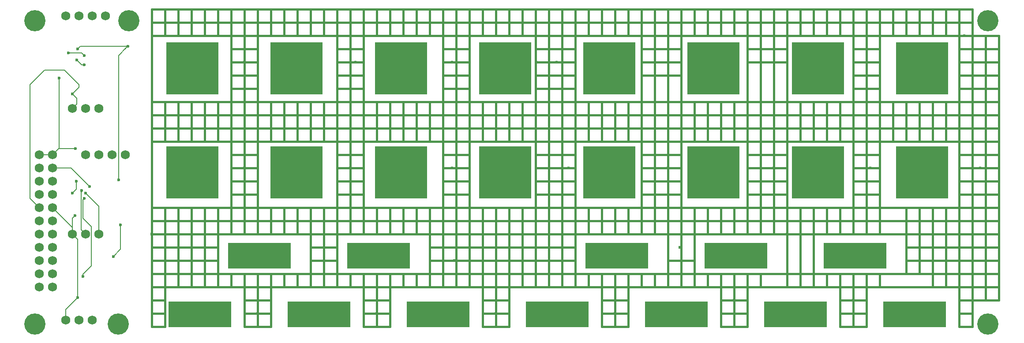
<source format=gbr>
G04 #@! TF.FileFunction,Copper,L1,Top,Signal*
%FSLAX46Y46*%
G04 Gerber Fmt 4.6, Leading zero omitted, Abs format (unit mm)*
G04 Created by KiCad (PCBNEW 4.0.4-stable) date 03/02/17 16:11:59*
%MOMM*%
%LPD*%
G01*
G04 APERTURE LIST*
%ADD10C,0.100000*%
%ADD11C,4.064000*%
%ADD12R,10.000000X10.000000*%
%ADD13C,1.727200*%
%ADD14R,12.000000X5.000000*%
%ADD15C,0.600000*%
%ADD16C,0.406400*%
%ADD17C,0.152400*%
G04 APERTURE END LIST*
D10*
D11*
X21540000Y3000000D03*
X23540000Y61250000D03*
X188420000Y3000000D03*
X188420000Y61250000D03*
X5540000Y61250000D03*
D12*
X35760000Y52125000D03*
X55760000Y52125000D03*
X75760000Y52125000D03*
X95760000Y52125000D03*
X115760000Y52125000D03*
X135760000Y52125000D03*
X155760000Y52125000D03*
X175760000Y52125000D03*
X35760000Y32125000D03*
X55760000Y32125000D03*
X75760000Y32125000D03*
X95760000Y32125000D03*
X115760000Y32125000D03*
X135760000Y32125000D03*
X155760000Y32125000D03*
X175760000Y32125000D03*
D11*
X5540000Y3000000D03*
D13*
X6350000Y35560000D03*
X8890000Y35560000D03*
X6350000Y25400000D03*
X8890000Y25400000D03*
X6350000Y33020000D03*
X8890000Y33020000D03*
X6350000Y27940000D03*
X8890000Y27940000D03*
X6350000Y30480000D03*
X8890000Y30480000D03*
X6350000Y22860000D03*
X8890000Y22860000D03*
X6350000Y20320000D03*
X8890000Y20320000D03*
X6350000Y17780000D03*
X8890000Y17780000D03*
X6350000Y15240000D03*
X8890000Y15240000D03*
X6350000Y12700000D03*
X8890000Y12700000D03*
X6350000Y10160000D03*
X8890000Y10160000D03*
X11430000Y62230000D03*
X13970000Y62230000D03*
X16510000Y62230000D03*
X19050000Y62230000D03*
X15240000Y35560000D03*
X17780000Y35560000D03*
X20320000Y35560000D03*
X22860000Y35560000D03*
X17780000Y44450000D03*
X17780000Y20320000D03*
X16510000Y3810000D03*
X15240000Y44450000D03*
X15240000Y20320000D03*
X13970000Y3810000D03*
X12700000Y44450000D03*
X12700000Y20320000D03*
X11430000Y3810000D03*
D14*
X37188600Y4875000D03*
X48617100Y16125000D03*
X82903000Y4875000D03*
X60045800Y4875000D03*
X71474400Y16125000D03*
X128617400Y4875000D03*
X105760200Y4875000D03*
X117188800Y16125000D03*
X140046000Y16125000D03*
X162903200Y16125000D03*
X151474600Y4875000D03*
X174331800Y4875000D03*
D15*
X85598000Y33020000D03*
X165862000Y33020000D03*
X147320000Y33020000D03*
X186944000Y33020000D03*
X67056000Y53340000D03*
X85598000Y53340000D03*
X105664000Y53340000D03*
X183896000Y58420000D03*
X107950000Y33020000D03*
X149860000Y20320000D03*
X129286000Y17780000D03*
X86072185Y15209131D03*
X48260000Y5080000D03*
X71120000Y5080000D03*
X93980000Y5080000D03*
X116840000Y5080000D03*
X162560000Y7620000D03*
X139700000Y7620000D03*
X127000000Y33020000D03*
X66040000Y33020000D03*
X45720000Y33020000D03*
X45720000Y53340000D03*
X27940000Y20320000D03*
X12700000Y47244000D03*
X13208000Y23876000D03*
X13716000Y8128000D03*
X14986000Y27178000D03*
X14732000Y12192000D03*
X13461998Y30480000D03*
X12700000Y28194000D03*
X13325813Y36726618D03*
X10172000Y50280000D03*
X14986000Y52832000D03*
X13577217Y53715117D03*
X16002000Y29464000D03*
X14986000Y54610000D03*
X11938000Y55118000D03*
X23368000Y56387990D03*
X21974089Y22118610D03*
X21610610Y30734000D03*
X20574000Y16002000D03*
X13716000Y55880000D03*
X15240000Y28194000D03*
X14478000Y28702000D03*
X31260000Y56625000D03*
X51260000Y47625000D03*
X80171390Y56625000D03*
X91260000Y56625000D03*
X111260000Y56625000D03*
X131260000Y56625000D03*
X151260000Y56625000D03*
X171260000Y56625000D03*
X31260000Y36625000D03*
X51260000Y27625000D03*
X71171390Y36625000D03*
X91260000Y36625000D03*
X111260000Y27625000D03*
X131260000Y36625000D03*
X160260000Y27625000D03*
X171260000Y36625000D03*
X105918000Y6858008D03*
X60198000Y6858000D03*
X37084000Y6858000D03*
X82804000Y6858000D03*
X128524000Y6857996D03*
X151384000Y6858002D03*
X174244000Y6858000D03*
X48617100Y16125000D03*
X71474400Y16125000D03*
X117188800Y16125000D03*
X140046000Y16125000D03*
X162903200Y16125000D03*
D16*
X93980000Y45720000D02*
X93980000Y38100000D01*
X132080000Y45720000D02*
X132080000Y38100000D01*
X172720000Y45720000D02*
X172720000Y38100000D01*
X185420000Y5080000D02*
X182880000Y5080000D01*
X182880000Y48260000D02*
X190500000Y48260000D01*
X182880000Y50800000D02*
X190500000Y50800000D01*
X101600000Y48260000D02*
X109220000Y48260000D01*
X101600000Y50800000D02*
X109220000Y50800000D01*
X104140000Y55880000D02*
X106680000Y55880000D01*
X139700000Y60960000D02*
X139700000Y58420000D01*
X132080000Y60960000D02*
X132080000Y58420000D01*
X119380000Y60960000D02*
X119380000Y58420000D01*
X111760000Y60960000D02*
X111760000Y58420000D01*
X96520000Y60960000D02*
X96520000Y58420000D01*
X91440000Y60960000D02*
X91440000Y58420000D01*
X78740000Y60960000D02*
X78740000Y58420000D01*
X73660000Y60960000D02*
X73660000Y58420000D01*
X71120000Y60960000D02*
X71120000Y58420000D01*
X60960000Y60960000D02*
X60960000Y58420000D01*
X55880000Y60960000D02*
X55880000Y58420000D01*
X53340000Y60960000D02*
X53340000Y58420000D01*
X50800000Y60960000D02*
X50800000Y58420000D01*
X40640000Y60960000D02*
X40640000Y58420000D01*
X38100000Y60960000D02*
X38100000Y58420000D01*
X180340000Y63500000D02*
X180340000Y58420000D01*
X177800000Y63500000D02*
X177800000Y58420000D01*
X172720000Y63500000D02*
X172720000Y58420000D01*
X170180000Y63500000D02*
X170180000Y58420000D01*
X160020000Y63500000D02*
X160020000Y58420000D01*
X157480000Y63500000D02*
X157480000Y58420000D01*
X154940000Y63500000D02*
X154940000Y58420000D01*
X152400000Y63500000D02*
X152400000Y58420000D01*
X139700000Y63500000D02*
X139700000Y60960000D01*
X132080000Y63500000D02*
X132080000Y60960000D01*
X119380000Y63500000D02*
X119380000Y60960000D01*
X111760000Y63500000D02*
X111760000Y60960000D01*
X96520000Y63500000D02*
X96520000Y60960000D01*
X91440000Y63500000D02*
X91440000Y60960000D01*
X78740000Y63500000D02*
X78740000Y60960000D01*
X73660000Y63500000D02*
X73660000Y60960000D01*
X71120000Y63500000D02*
X71120000Y60960000D01*
X60960000Y63500000D02*
X60960000Y60960000D01*
X55880000Y63500000D02*
X55880000Y60960000D01*
X53340000Y63500000D02*
X53340000Y60960000D01*
X50800000Y63500000D02*
X50800000Y60960000D01*
X40640000Y63500000D02*
X40640000Y60960000D01*
X38100000Y63500000D02*
X38100000Y60960000D01*
X85598000Y33020000D02*
X86360000Y33020000D01*
X83820000Y33020000D02*
X85598000Y33020000D01*
X165862000Y33020000D02*
X167640000Y33020000D01*
X162560000Y33020000D02*
X165862000Y33020000D01*
X162560000Y55880000D02*
X167640000Y55880000D01*
X162560000Y53340000D02*
X167640000Y53340000D01*
X162560000Y50800000D02*
X167640000Y50800000D01*
X162560000Y48260000D02*
X167640000Y48260000D01*
X162560000Y35560000D02*
X167640000Y35560000D01*
X167640000Y63500000D02*
X167640000Y33020000D01*
X167640000Y33020000D02*
X167640000Y20320000D01*
X162560000Y30480000D02*
X167640000Y30480000D01*
X162560000Y27940000D02*
X167640000Y27940000D01*
X81280000Y17780000D02*
X109220000Y17780000D01*
X180340000Y10160000D02*
X180340000Y25400000D01*
X190500000Y15240000D02*
X172720000Y15240000D01*
X190500000Y17780000D02*
X172720000Y17780000D01*
X147320000Y63500000D02*
X147320000Y33020000D01*
X144780000Y63500000D02*
X144780000Y52729328D01*
X144780000Y52729328D02*
X144780000Y20320000D01*
X127000000Y15240000D02*
X132080000Y15240000D01*
X165100000Y33020000D02*
X165100000Y20320000D01*
X165100000Y63500000D02*
X165100000Y33020000D01*
X147320000Y33020000D02*
X147320000Y20320000D01*
X86360000Y33020000D02*
X88900000Y33020000D01*
X86360000Y53340000D02*
X88900000Y53340000D01*
X83820000Y53340000D02*
X86360000Y53340000D01*
X83820000Y27940000D02*
X83820000Y10160000D01*
X83820000Y30480000D02*
X83820000Y27940000D01*
X83820000Y27940000D02*
X88900000Y27940000D01*
X83820000Y33020000D02*
X83820000Y30480000D01*
X83820000Y30480000D02*
X88900000Y30480000D01*
X83820000Y35560000D02*
X83820000Y33020000D01*
X88900000Y35560000D02*
X88900000Y33020000D01*
X88900000Y33020000D02*
X88900000Y10160000D01*
X83820000Y48260000D02*
X83820000Y35560000D01*
X88900000Y55880000D02*
X88900000Y35560000D01*
X83820000Y35560000D02*
X88900000Y35560000D01*
X83820000Y50800000D02*
X83820000Y48260000D01*
X83820000Y48260000D02*
X88900000Y48260000D01*
X83820000Y53340000D02*
X83820000Y50800000D01*
X83820000Y50800000D02*
X88900000Y50800000D01*
X83820000Y55880000D02*
X83820000Y53340000D01*
X83820000Y63500000D02*
X83820000Y55880000D01*
X88900000Y63500000D02*
X88900000Y55880000D01*
X83820000Y55880000D02*
X88900000Y55880000D01*
X124460000Y20320000D02*
X124460000Y63500000D01*
X134620000Y12700000D02*
X124460000Y12700000D01*
X124460000Y12700000D02*
X121920000Y12700000D01*
X124460000Y10160000D02*
X124460000Y12700000D01*
X182880000Y55880000D02*
X182880000Y33020000D01*
X182880000Y33020000D02*
X182880000Y30480000D01*
X190500000Y33020000D02*
X182880000Y33020000D01*
X109220000Y55880000D02*
X109220000Y53340000D01*
X109220000Y53340000D02*
X109220000Y35560000D01*
X106680000Y53340000D02*
X109220000Y53340000D01*
X101600000Y58420000D02*
X101600000Y53594000D01*
X101854000Y53340000D02*
X101600000Y53594000D01*
X101600000Y53594000D02*
X101600000Y35560000D01*
X104140000Y53340000D02*
X101854000Y53340000D01*
X105664000Y53340000D02*
X106680000Y53340000D01*
X104140000Y53340000D02*
X105664000Y53340000D01*
X107950000Y33020000D02*
X109220000Y33020000D01*
X106680000Y33020000D02*
X107950000Y33020000D01*
X114300000Y20320000D02*
X162560000Y20320000D01*
X162560000Y20320000D02*
X190500000Y20320000D01*
X162560000Y63500000D02*
X162560000Y20320000D01*
X142240000Y63500000D02*
X142240000Y53340000D01*
X142240000Y53340000D02*
X142240000Y50189328D01*
X149860000Y53340000D02*
X142240000Y53340000D01*
X149860000Y55880000D02*
X142240000Y55880000D01*
X124460000Y10160000D02*
X121920000Y10160000D01*
X137160000Y10160000D02*
X124460000Y10160000D01*
X85647921Y15209131D02*
X81310869Y15209131D01*
X78740000Y10160000D02*
X66040000Y10160000D01*
X121920000Y10160000D02*
X78740000Y10160000D01*
X78740000Y12700000D02*
X76200000Y12700000D01*
X111760000Y12700000D02*
X78740000Y12700000D01*
X78740000Y10160000D02*
X78740000Y12700000D01*
X27940000Y20320000D02*
X27940000Y22860000D01*
X27940000Y22860000D02*
X27940000Y25400000D01*
X30480000Y22860000D02*
X27940000Y22860000D01*
X190500000Y22860000D02*
X30480000Y22860000D01*
X175260000Y12700000D02*
X172720000Y12700000D01*
X190500000Y12700000D02*
X175260000Y12700000D01*
X175260000Y12700000D02*
X175260000Y25400000D01*
X172720000Y22301190D02*
X172720000Y25400000D01*
X172720000Y12700000D02*
X170180000Y12700000D01*
X172720000Y12700000D02*
X172720000Y22301190D01*
X63500000Y15240000D02*
X58420000Y15240000D01*
X58420000Y20320000D02*
X58420000Y17780000D01*
X58420000Y17780000D02*
X58420000Y12700000D01*
X63500000Y17780000D02*
X58420000Y17780000D01*
X55880000Y10160000D02*
X53340000Y10160000D01*
X58420000Y10160000D02*
X55880000Y10160000D01*
X55880000Y10160000D02*
X55880000Y12700000D01*
X142240000Y50189328D02*
X142240000Y35560000D01*
X85647921Y15209131D02*
X86072185Y15209131D01*
X86496449Y15209131D02*
X86072185Y15209131D01*
X109220000Y15240000D02*
X109189131Y15209131D01*
X109189131Y15209131D02*
X86496449Y15209131D01*
X66040000Y10160000D02*
X58420000Y10160000D01*
X38100000Y15240000D02*
X38100000Y10160000D01*
X38100000Y25400000D02*
X38100000Y15240000D01*
X48260000Y5080000D02*
X48260000Y2540000D01*
X48260000Y12700000D02*
X48260000Y5080000D01*
X60960000Y15240000D02*
X60960000Y10160000D01*
X60960000Y20320000D02*
X60960000Y15240000D01*
X71120000Y5080000D02*
X71120000Y2540000D01*
X71120000Y12700000D02*
X71120000Y5080000D01*
X93980000Y5080000D02*
X93980000Y2540000D01*
X93980000Y25400000D02*
X93980000Y5080000D01*
X116840000Y5080000D02*
X119380000Y5080000D01*
X114300000Y5080000D02*
X116840000Y5080000D01*
X162560000Y7620000D02*
X162560000Y2540000D01*
X162560000Y10160000D02*
X162560000Y7620000D01*
X139700000Y7620000D02*
X139700000Y2540000D01*
X139700000Y10160000D02*
X139700000Y7620000D01*
X149860000Y17780000D02*
X149860000Y10160000D01*
X149860000Y20320000D02*
X149860000Y17780000D01*
D17*
X190627000Y55880000D02*
X190627000Y56048340D01*
D16*
X187960000Y55880000D02*
X190500000Y55880000D01*
X182880000Y55880000D02*
X187960000Y55880000D01*
D17*
X187960000Y55880000D02*
X190627000Y55880000D01*
X182880000Y55880000D02*
X185420000Y55880000D01*
D16*
X149860000Y53950672D02*
X149860000Y53340000D01*
D17*
X121920000Y38100000D02*
X114300000Y38100000D01*
D16*
X185420000Y33020000D02*
X185420000Y7620000D01*
X185420000Y63500000D02*
X185420000Y33020000D01*
X127000000Y33020000D02*
X127000000Y10160000D01*
X127000000Y63500000D02*
X127000000Y33020000D01*
X101600000Y33020000D02*
X106680000Y33020000D01*
X66040000Y33020000D02*
X68580000Y33020000D01*
X63500000Y33020000D02*
X66040000Y33020000D01*
X45720000Y33020000D02*
X45720000Y20320000D01*
X45720000Y53340000D02*
X45720000Y33020000D01*
X66040000Y53340000D02*
X66040000Y20320000D01*
X66040000Y63500000D02*
X66040000Y53340000D01*
X45720000Y63500000D02*
X45720000Y53340000D01*
X30480000Y45720000D02*
X27940000Y45720000D01*
X33020000Y45720000D02*
X30480000Y45720000D01*
X30480000Y45720000D02*
X30480000Y38100000D01*
X35560000Y45720000D02*
X33020000Y45720000D01*
X33020000Y45720000D02*
X33020000Y38100000D01*
X38100000Y45720000D02*
X35560000Y45720000D01*
X35560000Y45720000D02*
X35560000Y38100000D01*
X40640000Y45720000D02*
X38100000Y45720000D01*
X55880000Y38100000D02*
X38100000Y38100000D01*
X38100000Y38100000D02*
X27940000Y38100000D01*
X38100000Y45720000D02*
X38100000Y38100000D01*
X50800000Y45720000D02*
X40640000Y45720000D01*
X40640000Y45720000D02*
X40640000Y38100000D01*
X53340000Y45720000D02*
X50800000Y45720000D01*
X50800000Y45720000D02*
X50800000Y38100000D01*
X55880000Y45720000D02*
X53340000Y45720000D01*
X53340000Y45720000D02*
X53340000Y38100000D01*
X58420000Y38100000D02*
X55880000Y38100000D01*
X58420000Y45720000D02*
X55880000Y45720000D01*
X55880000Y38100000D02*
X55880000Y45720000D01*
X60960000Y45720000D02*
X58420000Y45720000D01*
X131094918Y38100000D02*
X58420000Y38100000D01*
X58420000Y45720000D02*
X58420000Y38100000D01*
X71120000Y45720000D02*
X60960000Y45720000D01*
X60960000Y45720000D02*
X60960000Y38100000D01*
X73660000Y45720000D02*
X71120000Y45720000D01*
X71120000Y45720000D02*
X71120000Y38100000D01*
X76200000Y45720000D02*
X73660000Y45720000D01*
X73660000Y45720000D02*
X73660000Y38100000D01*
X78740000Y45720000D02*
X76200000Y45720000D01*
X76200000Y45720000D02*
X76200000Y38100000D01*
X81280000Y45720000D02*
X78740000Y45720000D01*
X78740000Y45720000D02*
X78740000Y38100000D01*
X91440000Y45720000D02*
X81280000Y45720000D01*
X81280000Y45720000D02*
X81280000Y38100000D01*
X96520000Y45720000D02*
X91440000Y45720000D01*
X91440000Y45720000D02*
X91440000Y38100000D01*
X99060000Y45720000D02*
X96520000Y45720000D01*
X96520000Y45720000D02*
X96520000Y38100000D01*
X111760000Y45720000D02*
X99060000Y45720000D01*
X99060000Y45720000D02*
X99060000Y38100000D01*
X114300000Y45720000D02*
X111760000Y45720000D01*
X111760000Y45720000D02*
X111760000Y38100000D01*
X116840000Y45720000D02*
X114300000Y45720000D01*
X114300000Y45720000D02*
X114300000Y38100000D01*
X119380000Y45720000D02*
X116840000Y45720000D01*
X116840000Y45720000D02*
X116840000Y38100000D01*
X134620000Y45720000D02*
X119380000Y45720000D01*
X119380000Y45720000D02*
X119380000Y38100000D01*
X137160000Y45720000D02*
X134620000Y45720000D01*
X139700000Y45720000D02*
X137160000Y45720000D01*
X137160000Y45720000D02*
X137160000Y38100000D01*
X134620000Y45720000D02*
X134620000Y38100000D01*
X152400000Y45720000D02*
X139700000Y45720000D01*
X139700000Y45720000D02*
X139700000Y38100000D01*
X154940000Y45720000D02*
X152400000Y45720000D01*
X152400000Y45720000D02*
X152400000Y38100000D01*
X157480000Y45720000D02*
X154940000Y45720000D01*
X154940000Y45720000D02*
X154940000Y38100000D01*
X160020000Y45720000D02*
X157480000Y45720000D01*
X157480000Y45720000D02*
X157480000Y38100000D01*
X170180000Y45720000D02*
X160020000Y45720000D01*
X160020000Y45720000D02*
X160020000Y38100000D01*
X175260000Y45720000D02*
X170180000Y45720000D01*
X170180000Y45720000D02*
X170180000Y38100000D01*
X175260000Y45720000D02*
X175260000Y38100000D01*
X177800000Y45720000D02*
X175260000Y45720000D01*
X180340000Y45720000D02*
X177800000Y45720000D01*
X177800000Y45720000D02*
X177800000Y38100000D01*
X190500000Y45720000D02*
X180340000Y45720000D01*
X180340000Y45720000D02*
X180340000Y38100000D01*
X160020000Y25400000D02*
X170180000Y25400000D01*
X157480000Y25400000D02*
X160020000Y25400000D01*
X160020000Y25400000D02*
X160020000Y20320000D01*
X154940000Y25400000D02*
X157480000Y25400000D01*
X157480000Y25400000D02*
X157480000Y20320000D01*
X119380000Y25400000D02*
X132080000Y25400000D01*
X116840000Y25400000D02*
X119380000Y25400000D01*
X119380000Y25400000D02*
X119380000Y20320000D01*
X114300000Y25400000D02*
X116840000Y25400000D01*
X116840000Y25400000D02*
X116840000Y20320000D01*
X111760000Y25400000D02*
X114300000Y25400000D01*
X71120000Y20320000D02*
X114300000Y20320000D01*
X114300000Y25400000D02*
X114300000Y20320000D01*
X99060000Y25400000D02*
X111760000Y25400000D01*
X111760000Y25400000D02*
X111760000Y20320000D01*
X63500000Y15240000D02*
X63500000Y10160000D01*
X63500000Y17780000D02*
X63500000Y15240000D01*
X63500000Y20320000D02*
X63500000Y17780000D01*
X76200000Y12700000D02*
X71120000Y12700000D01*
X76200000Y12700000D02*
X76200000Y10160000D01*
X81280000Y25400000D02*
X91440000Y25400000D01*
X81280000Y25400000D02*
X81280000Y10160000D01*
X78740000Y25400000D02*
X81280000Y25400000D01*
X76200000Y25400000D02*
X78740000Y25400000D01*
X78740000Y25400000D02*
X78740000Y20320000D01*
X73660000Y25400000D02*
X76200000Y25400000D01*
X76200000Y25400000D02*
X76200000Y20320000D01*
X73660000Y25400000D02*
X73660000Y20320000D01*
X71120000Y25400000D02*
X73660000Y25400000D01*
X60960000Y25400000D02*
X71120000Y25400000D01*
X55880000Y20320000D02*
X71120000Y20320000D01*
X71120000Y25400000D02*
X71120000Y20320000D01*
X66040000Y12700000D02*
X58420000Y12700000D01*
X68580000Y12700000D02*
X66040000Y12700000D01*
X66040000Y12700000D02*
X66040000Y10160000D01*
X58420000Y12700000D02*
X53340000Y12700000D01*
X58420000Y12700000D02*
X58420000Y10160000D01*
X53340000Y10160000D02*
X43180000Y10160000D01*
X53340000Y12700000D02*
X53340000Y10160000D01*
X58420000Y25400000D02*
X60960000Y25400000D01*
X60960000Y25400000D02*
X60960000Y20320000D01*
X55880000Y25400000D02*
X58420000Y25400000D01*
X58420000Y25400000D02*
X58420000Y20320000D01*
X53340000Y25400000D02*
X55880000Y25400000D01*
X27940000Y20320000D02*
X55880000Y20320000D01*
X55880000Y25400000D02*
X55880000Y20320000D01*
X50800000Y25400000D02*
X53340000Y25400000D01*
X53340000Y25400000D02*
X53340000Y20320000D01*
X40640000Y25400000D02*
X50800000Y25400000D01*
X50800000Y25400000D02*
X50800000Y20320000D01*
X43180000Y10160000D02*
X35560000Y10160000D01*
X45720000Y12700000D02*
X43180000Y12700000D01*
X43180000Y12700000D02*
X27940000Y12700000D01*
X43180000Y10160000D02*
X43180000Y12700000D01*
X38100000Y25400000D02*
X40640000Y25400000D01*
X40640000Y25400000D02*
X40640000Y10160000D01*
X35560000Y25400000D02*
X38100000Y25400000D01*
X35560000Y25400000D02*
X35560000Y10160000D01*
X33020000Y25400000D02*
X35560000Y25400000D01*
X35560000Y10160000D02*
X33020000Y10160000D01*
X27940000Y25400000D02*
X33020000Y25400000D01*
X33020000Y10160000D02*
X27940000Y10160000D01*
X33020000Y25400000D02*
X33020000Y10160000D01*
X27940000Y15240000D02*
X27940000Y7620000D01*
X27940000Y17780000D02*
X27940000Y15240000D01*
X27940000Y15240000D02*
X40640000Y15240000D01*
X27940000Y20320000D02*
X27940000Y17780000D01*
X27940000Y17780000D02*
X40640000Y17780000D01*
X30480000Y2540000D02*
X30480000Y25400000D01*
X137160000Y7620000D02*
X137160000Y10160000D01*
X137160000Y5080000D02*
X137160000Y7620000D01*
X137160000Y7620000D02*
X142240000Y7620000D01*
X142240000Y5080000D02*
X139700000Y5080000D01*
X137160000Y2540000D02*
X137160000Y5080000D01*
X137160000Y5080000D02*
X142240000Y5080000D01*
X142240000Y12700000D02*
X142240000Y2540000D01*
X142240000Y2540000D02*
X137160000Y2540000D01*
X165100000Y2540000D02*
X165100000Y5080000D01*
X160020000Y2540000D02*
X165100000Y2540000D01*
X160020000Y5080000D02*
X160020000Y2540000D01*
X165100000Y5080000D02*
X165100000Y7620000D01*
X160020000Y5080000D02*
X165100000Y5080000D01*
X160020000Y7620000D02*
X160020000Y5080000D01*
X160020000Y10160000D02*
X160020000Y7620000D01*
X165100000Y10160000D02*
X165100000Y7620000D01*
X160020000Y7620000D02*
X165100000Y7620000D01*
X167640000Y12700000D02*
X165100000Y12700000D01*
X170180000Y12700000D02*
X167640000Y12700000D01*
X167640000Y12700000D02*
X167640000Y10160000D01*
X165100000Y12700000D02*
X162560000Y12700000D01*
X165100000Y12700000D02*
X165100000Y10160000D01*
X162560000Y12700000D02*
X160020000Y12700000D01*
X162560000Y12700000D02*
X162560000Y10160000D01*
X160020000Y12700000D02*
X157480000Y12700000D01*
X190500000Y10160000D02*
X160020000Y10160000D01*
X160020000Y10160000D02*
X139700000Y10160000D01*
X160020000Y12700000D02*
X160020000Y10160000D01*
X157480000Y12700000D02*
X144780000Y12700000D01*
X157480000Y12700000D02*
X157480000Y10160000D01*
X154940000Y25400000D02*
X154940000Y17780000D01*
X154940000Y17780000D02*
X154940000Y10160000D01*
X152400000Y25400000D02*
X154940000Y25400000D01*
X139700000Y25400000D02*
X152400000Y25400000D01*
X152400000Y25400000D02*
X152400000Y10160000D01*
X144780000Y12700000D02*
X142240000Y12700000D01*
X144780000Y12700000D02*
X144780000Y10160000D01*
X142240000Y12700000D02*
X139700000Y12700000D01*
X139700000Y12700000D02*
X137160000Y12700000D01*
X139700000Y10160000D02*
X137160000Y10160000D01*
X139700000Y12700000D02*
X139700000Y10160000D01*
X137160000Y12700000D02*
X134620000Y12700000D01*
X137160000Y12700000D02*
X137160000Y10160000D01*
X134620000Y12700000D02*
X134620000Y10160000D01*
X137160000Y25400000D02*
X139700000Y25400000D01*
X139700000Y25400000D02*
X139700000Y20320000D01*
X134620000Y25400000D02*
X137160000Y25400000D01*
X137160000Y25400000D02*
X137160000Y20320000D01*
X132080000Y25400000D02*
X134620000Y25400000D01*
X134620000Y25400000D02*
X134620000Y20320000D01*
X132080000Y25400000D02*
X132080000Y10160000D01*
X121920000Y12700000D02*
X119380000Y12700000D01*
X121920000Y12700000D02*
X121920000Y10160000D01*
X114300000Y12700000D02*
X111760000Y12700000D01*
X111760000Y12700000D02*
X111760000Y10160000D01*
X114300000Y7620000D02*
X114300000Y5080000D01*
X114300000Y12700000D02*
X114300000Y7620000D01*
X114300000Y7620000D02*
X119380000Y7620000D01*
X114300000Y5080000D02*
X114300000Y2540000D01*
X119380000Y12700000D02*
X119380000Y2540000D01*
X114300000Y2540000D02*
X119380000Y2540000D01*
X119380000Y12700000D02*
X116840000Y12700000D01*
X116840000Y12700000D02*
X114300000Y12700000D01*
X116840000Y12700000D02*
X116840000Y2540000D01*
X91440000Y7620000D02*
X91440000Y5080000D01*
X91440000Y25400000D02*
X91440000Y7620000D01*
X91440000Y7620000D02*
X96520000Y7620000D01*
X91440000Y5080000D02*
X91440000Y2540000D01*
X91440000Y5080000D02*
X96520000Y5080000D01*
X91440000Y2540000D02*
X96520000Y2540000D01*
X96520000Y25400000D02*
X99060000Y25400000D01*
X99060000Y25400000D02*
X99060000Y10160000D01*
X93980000Y25400000D02*
X96520000Y25400000D01*
X96520000Y25400000D02*
X96520000Y2540000D01*
X91440000Y25400000D02*
X93980000Y25400000D01*
X68580000Y7620000D02*
X68580000Y5080000D01*
X68580000Y12700000D02*
X68580000Y7620000D01*
X68580000Y7620000D02*
X73660000Y7620000D01*
X68580000Y5080000D02*
X68580000Y2540000D01*
X68580000Y5080000D02*
X73660000Y5080000D01*
X71120000Y12700000D02*
X68580000Y12700000D01*
X68580000Y2540000D02*
X71120000Y2540000D01*
X71120000Y2540000D02*
X73660000Y2540000D01*
X73660000Y2540000D02*
X73660000Y12700000D01*
X45720000Y2540000D02*
X50800000Y2540000D01*
X45720000Y5080000D02*
X50800000Y5080000D01*
X50800000Y12700000D02*
X50800000Y7620000D01*
X50800000Y7620000D02*
X50800000Y2540000D01*
X45720000Y7620000D02*
X50800000Y7620000D01*
X45720000Y5080000D02*
X45720000Y2540000D01*
X45720000Y7620000D02*
X45720000Y5080000D01*
X45720000Y12700000D02*
X45720000Y7620000D01*
X53340000Y12700000D02*
X50800000Y12700000D01*
X50800000Y12700000D02*
X48260000Y12700000D01*
X48260000Y12700000D02*
X45720000Y12700000D01*
X27940000Y7620000D02*
X27940000Y5080000D01*
X27940000Y7620000D02*
X30480000Y7620000D01*
X27940000Y2540000D02*
X30480000Y2540000D01*
X27940000Y5080000D02*
X27940000Y2540000D01*
X27940000Y5080000D02*
X30480000Y5080000D01*
X170180000Y25400000D02*
X177800000Y25400000D01*
X177800000Y25400000D02*
X190500000Y25400000D01*
X177800000Y25400000D02*
X177800000Y10160000D01*
X185420000Y2540000D02*
X182880000Y2540000D01*
X185420000Y7620000D02*
X182880000Y7620000D01*
X190500000Y35560000D02*
X190500000Y20320000D01*
X190500000Y20320000D02*
X190500000Y7620000D01*
X27940000Y25400000D02*
X27940000Y40640000D01*
X182880000Y27940000D02*
X182880000Y2540000D01*
X182880000Y30480000D02*
X182880000Y27940000D01*
X182880000Y27940000D02*
X190500000Y27940000D01*
X182880000Y30480000D02*
X190500000Y30480000D01*
X190500000Y38100000D02*
X190500000Y35560000D01*
X182880000Y35560000D02*
X190500000Y35560000D01*
X142240000Y27940000D02*
X142240000Y20320000D01*
X142240000Y30480000D02*
X142240000Y27940000D01*
X142240000Y27940000D02*
X149860000Y27940000D01*
X142240000Y33020000D02*
X142240000Y30480000D01*
X149860000Y55880000D02*
X149860000Y30480000D01*
X142240000Y30480000D02*
X149860000Y30480000D01*
X149860000Y30480000D02*
X149860000Y20320000D01*
X142240000Y35560000D02*
X142240000Y33020000D01*
X142240000Y33020000D02*
X149860000Y33020000D01*
X142240000Y35560000D02*
X149860000Y35560000D01*
X121920000Y27940000D02*
X121920000Y20320000D01*
X121920000Y30480000D02*
X121920000Y27940000D01*
X121920000Y27940000D02*
X129540000Y27940000D01*
X121920000Y33020000D02*
X121920000Y30480000D01*
X121920000Y30480000D02*
X129540000Y30480000D01*
X121920000Y35560000D02*
X121920000Y33020000D01*
X121920000Y33020000D02*
X129540000Y33020000D01*
X121920000Y50800000D02*
X121920000Y35560000D01*
X121920000Y35560000D02*
X129540000Y35560000D01*
X101600000Y27940000D02*
X101600000Y10160000D01*
X101600000Y30480000D02*
X101600000Y27940000D01*
X101600000Y27940000D02*
X109220000Y27940000D01*
X101600000Y33020000D02*
X101600000Y30480000D01*
X101600000Y30480000D02*
X109220000Y30480000D01*
X101600000Y35560000D02*
X101600000Y33020000D01*
X109220000Y35560000D02*
X109220000Y10160000D01*
X101600000Y35560000D02*
X109220000Y35560000D01*
X63500000Y25400000D02*
X63500000Y20320000D01*
X63500000Y27940000D02*
X63500000Y25400000D01*
X63500000Y30480000D02*
X63500000Y27940000D01*
X63500000Y27940000D02*
X68580000Y27940000D01*
X63500000Y30480000D02*
X68580000Y30480000D01*
X63500000Y33020000D02*
X63500000Y30480000D01*
X63500000Y35560000D02*
X63500000Y33020000D01*
X63500000Y48260000D02*
X63500000Y35560000D01*
X63500000Y35560000D02*
X68580000Y35560000D01*
X48260000Y33020000D02*
X48260000Y20320000D01*
X43180000Y27940000D02*
X43180000Y20320000D01*
X43180000Y30480000D02*
X43180000Y27940000D01*
X43180000Y27940000D02*
X48260000Y27940000D01*
X43180000Y33020000D02*
X43180000Y30480000D01*
X43180000Y30480000D02*
X48260000Y30480000D01*
X48260000Y48260000D02*
X48260000Y33020000D01*
X43180000Y35560000D02*
X43180000Y33020000D01*
X43180000Y33020000D02*
X48260000Y33020000D01*
X43180000Y48260000D02*
X43180000Y35560000D01*
X43180000Y35560000D02*
X48260000Y35560000D01*
X190500000Y38100000D02*
X131094918Y38100000D01*
X190500000Y53340000D02*
X190500000Y38100000D01*
X27940000Y40640000D02*
X27940000Y43180000D01*
X27940000Y40640000D02*
X190500000Y40640000D01*
X27940000Y43180000D02*
X27940000Y63500000D01*
X190500000Y43180000D02*
X27940000Y43180000D01*
X190500000Y58420000D02*
X190500000Y53340000D01*
X182880000Y53340000D02*
X190500000Y53340000D01*
X182880000Y63500000D02*
X182880000Y55880000D01*
X149860000Y63500000D02*
X149860000Y55880000D01*
X121920000Y53340000D02*
X121920000Y50800000D01*
X129540000Y63500000D02*
X129540000Y50800000D01*
X129540000Y50800000D02*
X129540000Y10160000D01*
X121920000Y50800000D02*
X129540000Y50800000D01*
X121920000Y55880000D02*
X121920000Y53340000D01*
X121920000Y53340000D02*
X129540000Y53340000D01*
X121920000Y58420000D02*
X121920000Y55880000D01*
X121920000Y55880000D02*
X129540000Y55880000D01*
X109220000Y58420000D02*
X109220000Y55880000D01*
X101600000Y55880000D02*
X109220000Y55880000D01*
X104140000Y53340000D02*
X104140000Y10160000D01*
X104140000Y63500000D02*
X104140000Y53340000D01*
X106680000Y63500000D02*
X106680000Y53340000D01*
X106680000Y53340000D02*
X106680000Y10160000D01*
X63500000Y48260000D02*
X68580000Y48260000D01*
X63500000Y50800000D02*
X63500000Y48260000D01*
X63500000Y53340000D02*
X63500000Y50800000D01*
X63500000Y50800000D02*
X68580000Y50800000D01*
X63500000Y55880000D02*
X63500000Y53340000D01*
X63500000Y53340000D02*
X68580000Y53340000D01*
X63500000Y63500000D02*
X63500000Y55880000D01*
X63500000Y55880000D02*
X68580000Y55880000D01*
X43180000Y50800000D02*
X43180000Y48260000D01*
X48260000Y55880000D02*
X48260000Y48260000D01*
X43180000Y48260000D02*
X48260000Y48260000D01*
X43180000Y53340000D02*
X43180000Y50800000D01*
X43180000Y50800000D02*
X48260000Y50800000D01*
X43180000Y55880000D02*
X43180000Y53340000D01*
X43180000Y53340000D02*
X48260000Y53340000D01*
X43180000Y63500000D02*
X43180000Y55880000D01*
X48260000Y63500000D02*
X48260000Y55880000D01*
X43180000Y55880000D02*
X48260000Y55880000D01*
X137160000Y60960000D02*
X137160000Y58420000D01*
X134620000Y60960000D02*
X134620000Y58420000D01*
X121920000Y60960000D02*
X121920000Y58420000D01*
X116840000Y60960000D02*
X116840000Y58420000D01*
X185420000Y58420000D02*
X114300000Y58420000D01*
X114300000Y60960000D02*
X114300000Y58420000D01*
X114300000Y58420000D02*
X76200000Y58420000D01*
X109220000Y60960000D02*
X109220000Y58420000D01*
X101600000Y60960000D02*
X101600000Y58420000D01*
X99060000Y60960000D02*
X99060000Y58420000D01*
X93980000Y60960000D02*
X93980000Y58420000D01*
X81280000Y60960000D02*
X81280000Y58420000D01*
X76200000Y58420000D02*
X30480000Y58420000D01*
X76200000Y60960000D02*
X76200000Y58420000D01*
X58420000Y60960000D02*
X58420000Y58420000D01*
X35560000Y60960000D02*
X35560000Y58420000D01*
X33020000Y60960000D02*
X33020000Y58420000D01*
X30480000Y58420000D02*
X27940000Y58420000D01*
X30480000Y60960000D02*
X30480000Y58420000D01*
X175260000Y63500000D02*
X185420000Y63500000D01*
X129540000Y63500000D02*
X175260000Y63500000D01*
X175260000Y63500000D02*
X175260000Y58420000D01*
X134620000Y60960000D02*
X137160000Y60960000D01*
X137160000Y60960000D02*
X185420000Y60960000D01*
X137160000Y63500000D02*
X137160000Y60960000D01*
X114300000Y60960000D02*
X134620000Y60960000D01*
X134620000Y63500000D02*
X134620000Y60960000D01*
X121920000Y63500000D02*
X124460000Y63500000D01*
X116840000Y63500000D02*
X121920000Y63500000D01*
X121920000Y63500000D02*
X121920000Y60960000D01*
X106680000Y63500000D02*
X116840000Y63500000D01*
X116840000Y63500000D02*
X116840000Y60960000D01*
X101600000Y60960000D02*
X114300000Y60960000D01*
X114300000Y63500000D02*
X114300000Y60960000D01*
X109220000Y63500000D02*
X109220000Y60960000D01*
X99060000Y60960000D02*
X101600000Y60960000D01*
X101600000Y63500000D02*
X101600000Y60960000D01*
X93980000Y60960000D02*
X99060000Y60960000D01*
X99060000Y63500000D02*
X99060000Y60960000D01*
X81280000Y60960000D02*
X93980000Y60960000D01*
X93980000Y63500000D02*
X93980000Y60960000D01*
X58420000Y60960000D02*
X81280000Y60960000D01*
X81280000Y63500000D02*
X81280000Y60960000D01*
X76200000Y63500000D02*
X76200000Y60960000D01*
X35560000Y60960000D02*
X58420000Y60960000D01*
X58420000Y63500000D02*
X58420000Y60960000D01*
X33020000Y60960000D02*
X35560000Y60960000D01*
X35560000Y63500000D02*
X35560000Y60960000D01*
X30480000Y60960000D02*
X33020000Y60960000D01*
X33020000Y63500000D02*
X33020000Y60960000D01*
X30480000Y63500000D02*
X43180000Y63500000D01*
X27940000Y63500000D02*
X30480000Y63500000D01*
X27940000Y60960000D02*
X30480000Y60960000D01*
X30480000Y63500000D02*
X30480000Y60960000D01*
X187960000Y58420000D02*
X190500000Y58420000D01*
X185420000Y58420000D02*
X187960000Y58420000D01*
X187960000Y58420000D02*
X187960000Y7620000D01*
X127000000Y63500000D02*
X129540000Y63500000D01*
X124460000Y63500000D02*
X127000000Y63500000D01*
X86360000Y63500000D02*
X106680000Y63500000D01*
X68580000Y63500000D02*
X86360000Y63500000D01*
X86360000Y63500000D02*
X86360000Y10160000D01*
X66040000Y63500000D02*
X68580000Y63500000D01*
X68580000Y63500000D02*
X68580000Y20320000D01*
X63500000Y63500000D02*
X66040000Y63500000D01*
X48260000Y63500000D02*
X63500000Y63500000D01*
X45720000Y63500000D02*
X48260000Y63500000D01*
X43180000Y63500000D02*
X45720000Y63500000D01*
X185420000Y7620000D02*
X185420000Y2540000D01*
X190500000Y7620000D02*
X185420000Y7620000D01*
D17*
X11430000Y3810000D02*
X11430000Y5842000D01*
X11430000Y5842000D02*
X13716000Y8128000D01*
X12700000Y44450000D02*
X13563599Y45313599D01*
X13563599Y45313599D02*
X13563599Y46380401D01*
X12999999Y46944001D02*
X12700000Y47244000D01*
X13563599Y46380401D02*
X12999999Y46944001D01*
X13970000Y48514000D02*
X12700000Y47244000D01*
X13970000Y49022000D02*
X13970000Y48514000D01*
X11176000Y51816000D02*
X13970000Y49022000D01*
X7366000Y51816000D02*
X11176000Y51816000D01*
X4572000Y49022000D02*
X7366000Y51816000D01*
X4572000Y27178000D02*
X4572000Y49022000D01*
X6350000Y25400000D02*
X4572000Y27178000D01*
X13208000Y23876000D02*
X12700000Y23368000D01*
X12700000Y23368000D02*
X12700000Y20320000D01*
X12700000Y20320000D02*
X12700000Y21590000D01*
X12700000Y21590000D02*
X8890000Y25400000D01*
X13716000Y8128000D02*
X13716000Y19304000D01*
X13716000Y19304000D02*
X12700000Y20320000D01*
X14732000Y26924000D02*
X14986000Y27178000D01*
X14732000Y23368000D02*
X14732000Y26924000D01*
X16332201Y21767799D02*
X14732000Y23368000D01*
X16256000Y14140264D02*
X16332201Y14216465D01*
X16332201Y14216465D02*
X16332201Y21767799D01*
X14732000Y12192000D02*
X14732000Y12616264D01*
X14732000Y12616264D02*
X16256000Y14140264D01*
X13461998Y30055736D02*
X13461998Y30480000D01*
X13461998Y28955998D02*
X13461998Y30055736D01*
X12700000Y28194000D02*
X13461998Y28955998D01*
X10172000Y36842000D02*
X10287382Y36726618D01*
X12901549Y36726618D02*
X13325813Y36726618D01*
X10287382Y36726618D02*
X12901549Y36726618D01*
X8890000Y35560000D02*
X6350000Y35560000D01*
X10172000Y50280000D02*
X10172000Y36842000D01*
X10172000Y36842000D02*
X8890000Y35560000D01*
X14561736Y52832000D02*
X14986000Y52832000D01*
X13577217Y53715117D02*
X14460334Y52832000D01*
X14460334Y52832000D02*
X14561736Y52832000D01*
X16002000Y29464000D02*
X12446000Y33020000D01*
X12446000Y33020000D02*
X8890000Y33020000D01*
X14478000Y55118000D02*
X14986000Y54610000D01*
X11938000Y55118000D02*
X14478000Y55118000D01*
X23368000Y56387990D02*
X14223990Y56387990D01*
X14223990Y56387990D02*
X13970000Y56134000D01*
X13970000Y56134000D02*
X13716000Y55880000D01*
X23367990Y56387990D02*
X23368000Y56387990D01*
X23068001Y56088001D02*
X23367990Y56387990D01*
X21610610Y30734000D02*
X21610610Y54630610D01*
X21610610Y54630610D02*
X23068001Y56088001D01*
X22860000Y55880000D02*
X23068001Y56088001D01*
X21974089Y21694346D02*
X21974089Y22118610D01*
X20574000Y16002000D02*
X21974089Y17402089D01*
X21974089Y17402089D02*
X21974089Y21694346D01*
X15539999Y27894001D02*
X15240000Y28194000D01*
X17780000Y25654000D02*
X15539999Y27894001D01*
X17780000Y20320000D02*
X17780000Y25654000D01*
X14376401Y28600401D02*
X14478000Y28702000D01*
X15240000Y20320000D02*
X14376401Y21183599D01*
X14376401Y21183599D02*
X14376401Y28600401D01*
X14457399Y28427399D02*
X14478000Y28448000D01*
X14478000Y28448000D02*
X14478000Y28702000D01*
X71171390Y36625000D02*
X75671390Y32125000D01*
X75671390Y32125000D02*
X75760000Y32125000D01*
M02*

</source>
